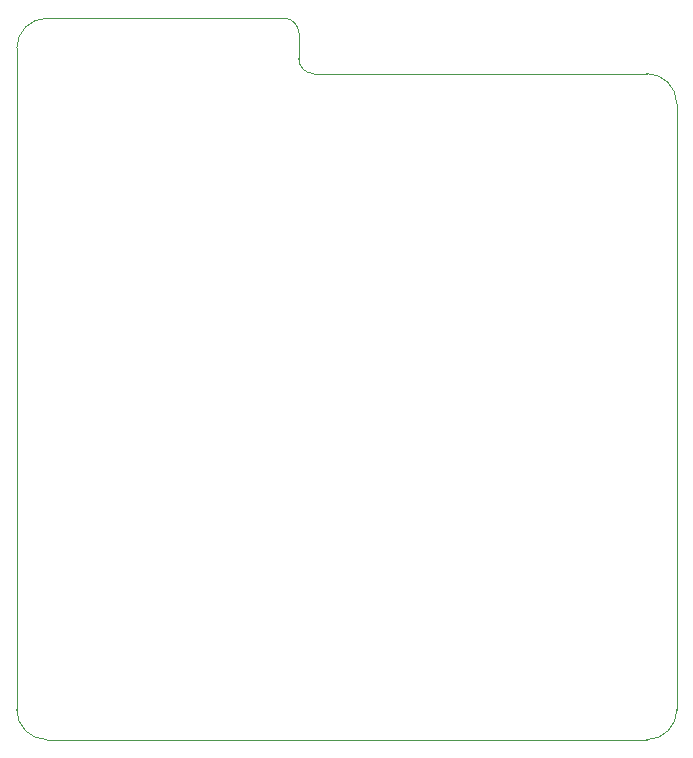
<source format=gbr>
G04 #@! TF.GenerationSoftware,KiCad,Pcbnew,(5.1.2)-2*
G04 #@! TF.CreationDate,2019-10-30T14:21:15+01:00*
G04 #@! TF.ProjectId,PIC18F67K40 MCU Card,50494331-3846-4363-974b-3430204d4355,rev?*
G04 #@! TF.SameCoordinates,Original*
G04 #@! TF.FileFunction,Profile,NP*
%FSLAX46Y46*%
G04 Gerber Fmt 4.6, Leading zero omitted, Abs format (unit mm)*
G04 Created by KiCad (PCBNEW (5.1.2)-2) date 2019-10-30 14:21:15*
%MOMM*%
%LPD*%
G04 APERTURE LIST*
%ADD10C,0.050000*%
G04 APERTURE END LIST*
D10*
X101346000Y-121412000D02*
G75*
G02X100076000Y-120142000I0J1270000D01*
G01*
X98806000Y-116713000D02*
G75*
G02X100076000Y-117983000I0J-1270000D01*
G01*
X76200000Y-119253000D02*
G75*
G02X78740000Y-116713000I2540000J0D01*
G01*
X129540000Y-121412000D02*
G75*
G02X132080000Y-123952000I0J-2540000D01*
G01*
X78740000Y-177800000D02*
G75*
G02X76200000Y-175260000I0J2540000D01*
G01*
X132080000Y-175260000D02*
G75*
G02X129540000Y-177800000I-2540000J0D01*
G01*
X100076000Y-117983000D02*
X100076000Y-120142000D01*
X129540000Y-121412000D02*
X101346000Y-121412000D01*
X78740000Y-116713000D02*
X98806000Y-116713000D01*
X132080000Y-175260000D02*
X132080000Y-123952000D01*
X76200000Y-175260000D02*
X76200000Y-119253000D01*
X78740000Y-177800000D02*
X129540000Y-177800000D01*
M02*

</source>
